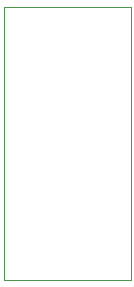
<source format=gm1>
G04 #@! TF.GenerationSoftware,KiCad,Pcbnew,(5.1.6)-1*
G04 #@! TF.CreationDate,2023-01-22T16:24:16+01:00*
G04 #@! TF.ProjectId,power-in-usb-c,706f7765-722d-4696-9e2d-7573622d632e,rev?*
G04 #@! TF.SameCoordinates,Original*
G04 #@! TF.FileFunction,Profile,NP*
%FSLAX46Y46*%
G04 Gerber Fmt 4.6, Leading zero omitted, Abs format (unit mm)*
G04 Created by KiCad (PCBNEW (5.1.6)-1) date 2023-01-22 16:24:16*
%MOMM*%
%LPD*%
G01*
G04 APERTURE LIST*
G04 #@! TA.AperFunction,Profile*
%ADD10C,0.050000*%
G04 #@! TD*
G04 APERTURE END LIST*
D10*
X174625000Y-87630000D02*
X174625000Y-64516000D01*
X185420000Y-87630000D02*
X174625000Y-87630000D01*
X185420000Y-64516000D02*
X185420000Y-87630000D01*
X174625000Y-64516000D02*
X185420000Y-64516000D01*
M02*

</source>
